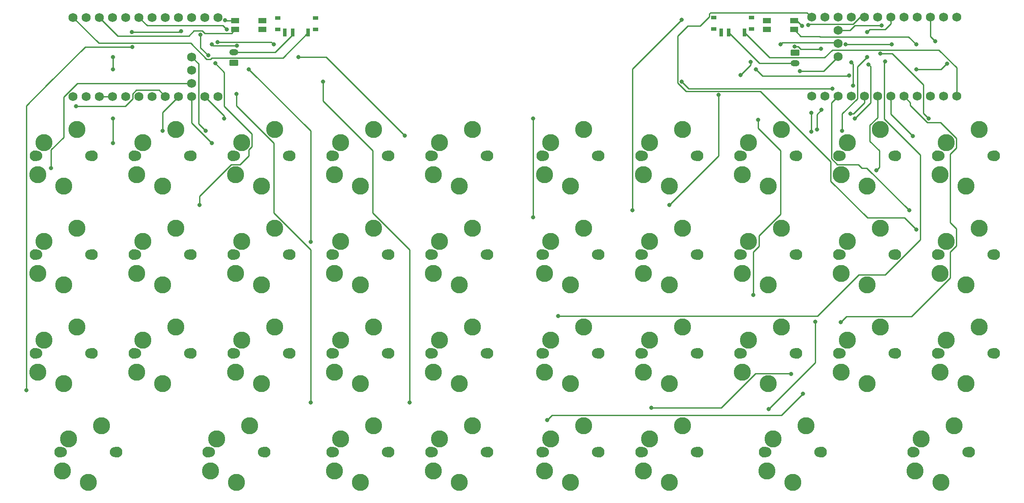
<source format=gbr>
%TF.GenerationSoftware,KiCad,Pcbnew,7.0.6*%
%TF.CreationDate,2023-11-09T09:41:23-05:00*%
%TF.ProjectId,split38,73706c69-7433-4382-9e6b-696361645f70,rev?*%
%TF.SameCoordinates,Original*%
%TF.FileFunction,Copper,L1,Top*%
%TF.FilePolarity,Positive*%
%FSLAX46Y46*%
G04 Gerber Fmt 4.6, Leading zero omitted, Abs format (unit mm)*
G04 Created by KiCad (PCBNEW 7.0.6) date 2023-11-09 09:41:23*
%MOMM*%
%LPD*%
G01*
G04 APERTURE LIST*
G04 Aperture macros list*
%AMRoundRect*
0 Rectangle with rounded corners*
0 $1 Rounding radius*
0 $2 $3 $4 $5 $6 $7 $8 $9 X,Y pos of 4 corners*
0 Add a 4 corners polygon primitive as box body*
4,1,4,$2,$3,$4,$5,$6,$7,$8,$9,$2,$3,0*
0 Add four circle primitives for the rounded corners*
1,1,$1+$1,$2,$3*
1,1,$1+$1,$4,$5*
1,1,$1+$1,$6,$7*
1,1,$1+$1,$8,$9*
0 Add four rect primitives between the rounded corners*
20,1,$1+$1,$2,$3,$4,$5,0*
20,1,$1+$1,$4,$5,$6,$7,0*
20,1,$1+$1,$6,$7,$8,$9,0*
20,1,$1+$1,$8,$9,$2,$3,0*%
G04 Aperture macros list end*
%TA.AperFunction,ComponentPad*%
%ADD10RoundRect,0.250000X0.625000X-0.350000X0.625000X0.350000X-0.625000X0.350000X-0.625000X-0.350000X0*%
%TD*%
%TA.AperFunction,ComponentPad*%
%ADD11O,1.750000X1.200000*%
%TD*%
%TA.AperFunction,SMDPad,CuDef*%
%ADD12R,1.000000X0.800000*%
%TD*%
%TA.AperFunction,SMDPad,CuDef*%
%ADD13R,0.700000X1.500000*%
%TD*%
%TA.AperFunction,ComponentPad*%
%ADD14C,1.752600*%
%TD*%
%TA.AperFunction,ComponentPad*%
%ADD15RoundRect,0.250000X-0.625000X0.350000X-0.625000X-0.350000X0.625000X-0.350000X0.625000X0.350000X0*%
%TD*%
%TA.AperFunction,SMDPad,CuDef*%
%ADD16R,1.550000X1.000000*%
%TD*%
%TA.AperFunction,WasherPad*%
%ADD17C,2.100000*%
%TD*%
%TA.AperFunction,WasherPad*%
%ADD18C,1.900000*%
%TD*%
%TA.AperFunction,ComponentPad*%
%ADD19C,3.000000*%
%TD*%
%TA.AperFunction,ComponentPad*%
%ADD20C,3.300000*%
%TD*%
%TA.AperFunction,ViaPad*%
%ADD21C,0.800000*%
%TD*%
%TA.AperFunction,Conductor*%
%ADD22C,0.250000*%
%TD*%
G04 APERTURE END LIST*
D10*
%TO.P,J1,1,Pin_1*%
%TO.N,GND*%
X66144889Y-39199187D03*
D11*
%TO.P,J1,2,Pin_2*%
%TO.N,Net-(J1-Pin_2)*%
X66144889Y-37199187D03*
%TD*%
D12*
%TO.P,SW1,*%
%TO.N,*%
X81874756Y-32776021D03*
X81874756Y-30566021D03*
X74574756Y-32776021D03*
X74574756Y-30566021D03*
D13*
%TO.P,SW1,1,A*%
%TO.N,/BATIN1*%
X80474756Y-33426021D03*
%TO.P,SW1,2,B*%
%TO.N,Net-(J1-Pin_2)*%
X77474756Y-33426021D03*
%TO.P,SW1,3,C*%
%TO.N,unconnected-(SW1-C-Pad3)*%
X75974756Y-33426021D03*
%TD*%
D14*
%TO.P,U1,1,TX0/P0.06*%
%TO.N,/U1.P0.06*%
X35163100Y-45720000D03*
%TO.P,U1,2,RX1/P0.08*%
%TO.N,/U1.P0.08*%
X37703100Y-45720000D03*
%TO.P,U1,3,GND*%
%TO.N,GND*%
X40243100Y-45720000D03*
%TO.P,U1,4,GND*%
X42783100Y-45720000D03*
%TO.P,U1,5,P0.17*%
%TO.N,/U1.P0.17*%
X45323100Y-45720000D03*
%TO.P,U1,6,P0.20*%
%TO.N,/U1.P0.20*%
X47863100Y-45720000D03*
%TO.P,U1,7,P0.22*%
%TO.N,/U1.P0.22*%
X50403100Y-45720000D03*
%TO.P,U1,8,P0.24*%
%TO.N,/U1.P0.24*%
X52943100Y-45720000D03*
%TO.P,U1,9,P1.00*%
%TO.N,/U1.P1.00*%
X55483100Y-45720000D03*
%TO.P,U1,10,P0.11*%
%TO.N,/U1.P0.11*%
X58023100Y-45720000D03*
%TO.P,U1,11,P1.04*%
%TO.N,/U1.P1.04*%
X60563100Y-45720000D03*
%TO.P,U1,12,P1.06*%
%TO.N,/U1.P1.06*%
X63103100Y-45720000D03*
%TO.P,U1,13,NFC1/P0.09*%
%TO.N,/U1.P0.09*%
X63103100Y-30480000D03*
%TO.P,U1,14,NFC2/P0.10*%
%TO.N,/U1.P0.10*%
X60563100Y-30480000D03*
%TO.P,U1,15,P1.11*%
%TO.N,/U1.P1.11*%
X58023100Y-30480000D03*
%TO.P,U1,16,P1.13*%
%TO.N,/U1.P1.13*%
X55483100Y-30480000D03*
%TO.P,U1,17,P1.15*%
%TO.N,/U1.P1.15*%
X52943100Y-30480000D03*
%TO.P,U1,18,AIN0/P0.02*%
%TO.N,/U1.P0.02*%
X50403100Y-30480000D03*
%TO.P,U1,19,AIN5/P0.29*%
%TO.N,/U1.P0.29*%
X47863100Y-30480000D03*
%TO.P,U1,20,AIN7/P0.31*%
%TO.N,/U1.P0.31*%
X45323100Y-30480000D03*
%TO.P,U1,21,VCC*%
%TO.N,unconnected-(U1-VCC-Pad21)*%
X42783100Y-30480000D03*
%TO.P,U1,22,RST*%
%TO.N,/RST1*%
X40243100Y-30480000D03*
%TO.P,U1,23,GND*%
%TO.N,GND*%
X37703100Y-30480000D03*
%TO.P,U1,24,BATIN/P0.04*%
%TO.N,/BATIN1*%
X35163100Y-30480000D03*
%TO.P,U1,31,P1.01*%
%TO.N,/U1.P1.01*%
X58023100Y-43180000D03*
%TO.P,U1,32,P1.02*%
%TO.N,/U1.P1.02*%
X58023100Y-40640000D03*
%TO.P,U1,33,P1.07*%
%TO.N,/U1.P1.07*%
X58023100Y-38100000D03*
%TD*%
D15*
%TO.P,J2,1,Pin_1*%
%TO.N,GND*%
X174224415Y-37286478D03*
D11*
%TO.P,J2,2,Pin_2*%
%TO.N,Net-(J2-Pin_2)*%
X174224415Y-39286478D03*
%TD*%
D16*
%TO.P,SW4,1,1*%
%TO.N,GND*%
X168825000Y-31112500D03*
X174075000Y-31112500D03*
%TO.P,SW4,2,2*%
%TO.N,/RST2*%
X168825000Y-32812500D03*
X174075000Y-32812500D03*
%TD*%
D12*
%TO.P,SW2,*%
%TO.N,*%
X165909615Y-32713808D03*
X165909615Y-30503808D03*
X158609615Y-32713808D03*
X158609615Y-30503808D03*
D13*
%TO.P,SW2,1,A*%
%TO.N,/BATIN2*%
X164509615Y-33363808D03*
%TO.P,SW2,2,B*%
%TO.N,Net-(J2-Pin_2)*%
X161509615Y-33363808D03*
%TO.P,SW2,3,C*%
%TO.N,unconnected-(SW2-C-Pad3)*%
X160009615Y-33363808D03*
%TD*%
D16*
%TO.P,SW3,1,1*%
%TO.N,GND*%
X66431250Y-31112500D03*
X71681250Y-31112500D03*
%TO.P,SW3,2,2*%
%TO.N,/RST1*%
X66431250Y-32812500D03*
X71681250Y-32812500D03*
%TD*%
D14*
%TO.P,U2,1,TX0/P0.06*%
%TO.N,/U2.P0.06*%
X205373001Y-30463274D03*
%TO.P,U2,2,RX1/P0.08*%
%TO.N,/U2.P0.08*%
X202833001Y-30463274D03*
%TO.P,U2,3,GND*%
%TO.N,GND*%
X200293001Y-30463274D03*
%TO.P,U2,4,GND*%
X197753001Y-30463274D03*
%TO.P,U2,5,P0.17*%
%TO.N,/U2.P0.17*%
X195213001Y-30463274D03*
%TO.P,U2,6,P0.20*%
%TO.N,/U2.P0.20*%
X192673001Y-30463274D03*
%TO.P,U2,7,P0.22*%
%TO.N,/U2.P0.22*%
X190133001Y-30463274D03*
%TO.P,U2,8,P0.24*%
%TO.N,/U2.P0.24*%
X187593001Y-30463274D03*
%TO.P,U2,9,P1.00*%
%TO.N,/U2.P1.00*%
X185053001Y-30463274D03*
%TO.P,U2,10,P0.11*%
%TO.N,/U2.P0.11*%
X182513001Y-30463274D03*
%TO.P,U2,11,P1.04*%
%TO.N,/U2.P1.04*%
X179973001Y-30463274D03*
%TO.P,U2,12,P1.06*%
%TO.N,/U2.P1.06*%
X177433001Y-30463274D03*
%TO.P,U2,13,NFC1/P0.09*%
%TO.N,/U2.P0.09*%
X177433001Y-45703274D03*
%TO.P,U2,14,NFC2/P0.10*%
%TO.N,/U2.P0.10*%
X179973001Y-45703274D03*
%TO.P,U2,15,P1.11*%
%TO.N,/U2.P1.11*%
X182513001Y-45703274D03*
%TO.P,U2,16,P1.13*%
%TO.N,/U2.P1.13*%
X185053001Y-45703274D03*
%TO.P,U2,17,P1.15*%
%TO.N,/U2.P1.15*%
X187593001Y-45703274D03*
%TO.P,U2,18,AIN0/P0.02*%
%TO.N,/U2.P0.02*%
X190133001Y-45703274D03*
%TO.P,U2,19,AIN5/P0.29*%
%TO.N,/U2.P0.29*%
X192673001Y-45703274D03*
%TO.P,U2,20,AIN7/P0.31*%
%TO.N,/U2.P0.31*%
X195213001Y-45703274D03*
%TO.P,U2,21,VCC*%
%TO.N,unconnected-(U2-VCC-Pad21)*%
X197753001Y-45703274D03*
%TO.P,U2,22,RST*%
%TO.N,/RST2*%
X200293001Y-45703274D03*
%TO.P,U2,23,GND*%
%TO.N,GND*%
X202833001Y-45703274D03*
%TO.P,U2,24,BATIN/P0.04*%
%TO.N,/BATIN2*%
X205373001Y-45703274D03*
%TO.P,U2,31,P1.01*%
%TO.N,/U2.P1.01*%
X182513001Y-33003274D03*
%TO.P,U2,32,P1.02*%
%TO.N,/U2.P1.02*%
X182513001Y-35543274D03*
%TO.P,U2,33,P1.07*%
%TO.N,/U2.P1.07*%
X182513001Y-38083274D03*
%TD*%
D17*
%TO.P,MX14,*%
%TO.N,*%
X95987500Y-95250000D03*
X95987500Y-95250000D03*
D18*
X95567500Y-95250000D03*
X95567500Y-95250000D03*
D19*
X90487500Y-101150000D03*
D20*
X90487500Y-101150000D03*
D19*
X85487500Y-98950000D03*
D20*
X85487500Y-98950000D03*
D18*
X85407500Y-95250000D03*
X85407500Y-95250000D03*
D17*
X84987500Y-95250000D03*
X84987500Y-95250000D03*
D20*
%TO.P,MX14,1,1*%
%TO.N,/U1.P0.31*%
X86677500Y-92710000D03*
%TO.P,MX14,2,2*%
%TO.N,GND*%
X93027500Y-90170000D03*
%TD*%
D17*
%TO.P,MX30,*%
%TO.N,*%
X212668800Y-76200000D03*
X212668800Y-76200000D03*
D18*
X212248800Y-76200000D03*
X212248800Y-76200000D03*
D19*
X207168800Y-82100000D03*
D20*
X207168800Y-82100000D03*
D19*
X202168800Y-79900000D03*
D20*
X202168800Y-79900000D03*
D18*
X202088800Y-76200000D03*
X202088800Y-76200000D03*
D17*
X201668800Y-76200000D03*
X201668800Y-76200000D03*
D20*
%TO.P,MX30,1,1*%
%TO.N,/U2.P1.06*%
X203358800Y-73660000D03*
%TO.P,MX30,2,2*%
%TO.N,GND*%
X209708800Y-71120000D03*
%TD*%
D17*
%TO.P,MX13,*%
%TO.N,*%
X76937500Y-95250000D03*
X76937500Y-95250000D03*
D18*
X76517500Y-95250000D03*
X76517500Y-95250000D03*
D19*
X71437500Y-101150000D03*
D20*
X71437500Y-101150000D03*
D19*
X66437500Y-98950000D03*
D20*
X66437500Y-98950000D03*
D18*
X66357500Y-95250000D03*
X66357500Y-95250000D03*
D17*
X65937500Y-95250000D03*
X65937500Y-95250000D03*
D20*
%TO.P,MX13,1,1*%
%TO.N,/U1.P1.07*%
X67627500Y-92710000D03*
%TO.P,MX13,2,2*%
%TO.N,GND*%
X73977500Y-90170000D03*
%TD*%
D17*
%TO.P,MX1,*%
%TO.N,*%
X38837500Y-57150000D03*
X38837500Y-57150000D03*
D18*
X38417500Y-57150000D03*
X38417500Y-57150000D03*
D19*
X33337500Y-63050000D03*
D20*
X33337500Y-63050000D03*
D19*
X28337500Y-60850000D03*
D20*
X28337500Y-60850000D03*
D18*
X28257500Y-57150000D03*
X28257500Y-57150000D03*
D17*
X27837500Y-57150000D03*
X27837500Y-57150000D03*
D20*
%TO.P,MX1,1,1*%
%TO.N,/U1.P0.06*%
X29527500Y-54610000D03*
%TO.P,MX1,2,2*%
%TO.N,GND*%
X35877500Y-52070000D03*
%TD*%
D17*
%TO.P,MX12,*%
%TO.N,*%
X57887500Y-95250000D03*
X57887500Y-95250000D03*
D18*
X57467500Y-95250000D03*
X57467500Y-95250000D03*
D19*
X52387500Y-101150000D03*
D20*
X52387500Y-101150000D03*
D19*
X47387500Y-98950000D03*
D20*
X47387500Y-98950000D03*
D18*
X47307500Y-95250000D03*
X47307500Y-95250000D03*
D17*
X46887500Y-95250000D03*
X46887500Y-95250000D03*
D20*
%TO.P,MX12,1,1*%
%TO.N,/U1.P1.02*%
X48577500Y-92710000D03*
%TO.P,MX12,2,2*%
%TO.N,GND*%
X54927500Y-90170000D03*
%TD*%
D17*
%TO.P,MX21,*%
%TO.N,*%
X136468800Y-57150000D03*
X136468800Y-57150000D03*
D18*
X136048800Y-57150000D03*
X136048800Y-57150000D03*
D19*
X130968800Y-63050000D03*
D20*
X130968800Y-63050000D03*
D19*
X125968800Y-60850000D03*
D20*
X125968800Y-60850000D03*
D18*
X125888800Y-57150000D03*
X125888800Y-57150000D03*
D17*
X125468800Y-57150000D03*
X125468800Y-57150000D03*
D20*
%TO.P,MX21,1,1*%
%TO.N,/U2.P0.06*%
X127158800Y-54610000D03*
%TO.P,MX21,2,2*%
%TO.N,GND*%
X133508800Y-52070000D03*
%TD*%
D17*
%TO.P,MX7,*%
%TO.N,*%
X57887500Y-76200000D03*
X57887500Y-76200000D03*
D18*
X57467500Y-76200000D03*
X57467500Y-76200000D03*
D19*
X52387500Y-82100000D03*
D20*
X52387500Y-82100000D03*
D19*
X47387500Y-79900000D03*
D20*
X47387500Y-79900000D03*
D18*
X47307500Y-76200000D03*
X47307500Y-76200000D03*
D17*
X46887500Y-76200000D03*
X46887500Y-76200000D03*
D20*
%TO.P,MX7,1,1*%
%TO.N,/U1.P1.00*%
X48577500Y-73660000D03*
%TO.P,MX7,2,2*%
%TO.N,GND*%
X54927500Y-71120000D03*
%TD*%
D17*
%TO.P,MX16,*%
%TO.N,*%
X95987500Y-114300000D03*
X95987500Y-114300000D03*
D18*
X95567500Y-114300000D03*
X95567500Y-114300000D03*
D19*
X90487500Y-120200000D03*
D20*
X90487500Y-120200000D03*
D19*
X85487500Y-118000000D03*
D20*
X85487500Y-118000000D03*
D18*
X85407500Y-114300000D03*
X85407500Y-114300000D03*
D17*
X84987500Y-114300000D03*
X84987500Y-114300000D03*
D20*
%TO.P,MX16,1,1*%
%TO.N,/U1.P0.02*%
X86677500Y-111760000D03*
%TO.P,MX16,2,2*%
%TO.N,GND*%
X93027500Y-109220000D03*
%TD*%
D17*
%TO.P,MX38,*%
%TO.N,*%
X179331300Y-114300000D03*
X179331300Y-114300000D03*
D18*
X178911300Y-114300000D03*
X178911300Y-114300000D03*
D19*
X173831300Y-120200000D03*
D20*
X173831300Y-120200000D03*
D19*
X168831300Y-118000000D03*
D20*
X168831300Y-118000000D03*
D18*
X168751300Y-114300000D03*
X168751300Y-114300000D03*
D17*
X168331300Y-114300000D03*
X168331300Y-114300000D03*
D20*
%TO.P,MX38,1,1*%
%TO.N,/U2.P1.13*%
X170021300Y-111760000D03*
%TO.P,MX38,2,2*%
%TO.N,GND*%
X176371300Y-109220000D03*
%TD*%
D17*
%TO.P,MX22,*%
%TO.N,*%
X155518800Y-57150000D03*
X155518800Y-57150000D03*
D18*
X155098800Y-57150000D03*
X155098800Y-57150000D03*
D19*
X150018800Y-63050000D03*
D20*
X150018800Y-63050000D03*
D19*
X145018800Y-60850000D03*
D20*
X145018800Y-60850000D03*
D18*
X144938800Y-57150000D03*
X144938800Y-57150000D03*
D17*
X144518800Y-57150000D03*
X144518800Y-57150000D03*
D20*
%TO.P,MX22,1,1*%
%TO.N,/U2.P0.08*%
X146208800Y-54610000D03*
%TO.P,MX22,2,2*%
%TO.N,GND*%
X152558800Y-52070000D03*
%TD*%
D17*
%TO.P,MX19,*%
%TO.N,*%
X72175000Y-114300000D03*
X72175000Y-114300000D03*
D18*
X71755000Y-114300000D03*
X71755000Y-114300000D03*
D19*
X66675000Y-120200000D03*
D20*
X66675000Y-120200000D03*
D19*
X61675000Y-118000000D03*
D20*
X61675000Y-118000000D03*
D18*
X61595000Y-114300000D03*
X61595000Y-114300000D03*
D17*
X61175000Y-114300000D03*
X61175000Y-114300000D03*
D20*
%TO.P,MX19,1,1*%
%TO.N,/U1.P1.11*%
X62865000Y-111760000D03*
%TO.P,MX19,2,2*%
%TO.N,GND*%
X69215000Y-109220000D03*
%TD*%
D17*
%TO.P,MX28,*%
%TO.N,*%
X174568800Y-76200000D03*
X174568800Y-76200000D03*
D18*
X174148800Y-76200000D03*
X174148800Y-76200000D03*
D19*
X169068800Y-82100000D03*
D20*
X169068800Y-82100000D03*
D19*
X164068800Y-79900000D03*
D20*
X164068800Y-79900000D03*
D18*
X163988800Y-76200000D03*
X163988800Y-76200000D03*
D17*
X163568800Y-76200000D03*
X163568800Y-76200000D03*
D20*
%TO.P,MX28,1,1*%
%TO.N,/U2.P0.11*%
X165258800Y-73660000D03*
%TO.P,MX28,2,2*%
%TO.N,GND*%
X171608800Y-71120000D03*
%TD*%
D17*
%TO.P,MX33,*%
%TO.N,*%
X174568800Y-95250000D03*
X174568800Y-95250000D03*
D18*
X174148800Y-95250000D03*
X174148800Y-95250000D03*
D19*
X169068800Y-101150000D03*
D20*
X169068800Y-101150000D03*
D19*
X164068800Y-98950000D03*
D20*
X164068800Y-98950000D03*
D18*
X163988800Y-95250000D03*
X163988800Y-95250000D03*
D17*
X163568800Y-95250000D03*
X163568800Y-95250000D03*
D20*
%TO.P,MX33,1,1*%
%TO.N,/U2.P1.07*%
X165258800Y-92710000D03*
%TO.P,MX33,2,2*%
%TO.N,GND*%
X171608800Y-90170000D03*
%TD*%
D17*
%TO.P,MX9,*%
%TO.N,*%
X95987500Y-76200000D03*
X95987500Y-76200000D03*
D18*
X95567500Y-76200000D03*
X95567500Y-76200000D03*
D19*
X90487500Y-82100000D03*
D20*
X90487500Y-82100000D03*
D19*
X85487500Y-79900000D03*
D20*
X85487500Y-79900000D03*
D18*
X85407500Y-76200000D03*
X85407500Y-76200000D03*
D17*
X84987500Y-76200000D03*
X84987500Y-76200000D03*
D20*
%TO.P,MX9,1,1*%
%TO.N,/U1.P1.04*%
X86677500Y-73660000D03*
%TO.P,MX9,2,2*%
%TO.N,GND*%
X93027500Y-71120000D03*
%TD*%
D17*
%TO.P,MX17,*%
%TO.N,*%
X115037500Y-114300000D03*
X115037500Y-114300000D03*
D18*
X114617500Y-114300000D03*
X114617500Y-114300000D03*
D19*
X109537500Y-120200000D03*
D20*
X109537500Y-120200000D03*
D19*
X104537500Y-118000000D03*
D20*
X104537500Y-118000000D03*
D18*
X104457500Y-114300000D03*
X104457500Y-114300000D03*
D17*
X104037500Y-114300000D03*
X104037500Y-114300000D03*
D20*
%TO.P,MX17,1,1*%
%TO.N,/U1.P1.15*%
X105727500Y-111760000D03*
%TO.P,MX17,2,2*%
%TO.N,GND*%
X112077500Y-109220000D03*
%TD*%
D17*
%TO.P,MX27,*%
%TO.N,*%
X155518800Y-76200000D03*
X155518800Y-76200000D03*
D18*
X155098800Y-76200000D03*
X155098800Y-76200000D03*
D19*
X150018800Y-82100000D03*
D20*
X150018800Y-82100000D03*
D19*
X145018800Y-79900000D03*
D20*
X145018800Y-79900000D03*
D18*
X144938800Y-76200000D03*
X144938800Y-76200000D03*
D17*
X144518800Y-76200000D03*
X144518800Y-76200000D03*
D20*
%TO.P,MX27,1,1*%
%TO.N,/U2.P1.00*%
X146208800Y-73660000D03*
%TO.P,MX27,2,2*%
%TO.N,GND*%
X152558800Y-71120000D03*
%TD*%
D17*
%TO.P,MX3,*%
%TO.N,*%
X76937500Y-57150000D03*
X76937500Y-57150000D03*
D18*
X76517500Y-57150000D03*
X76517500Y-57150000D03*
D19*
X71437500Y-63050000D03*
D20*
X71437500Y-63050000D03*
D19*
X66437500Y-60850000D03*
D20*
X66437500Y-60850000D03*
D18*
X66357500Y-57150000D03*
X66357500Y-57150000D03*
D17*
X65937500Y-57150000D03*
X65937500Y-57150000D03*
D20*
%TO.P,MX3,1,1*%
%TO.N,/U1.P0.17*%
X67627500Y-54610000D03*
%TO.P,MX3,2,2*%
%TO.N,GND*%
X73977500Y-52070000D03*
%TD*%
D17*
%TO.P,MX26,*%
%TO.N,*%
X136468800Y-76200000D03*
X136468800Y-76200000D03*
D18*
X136048800Y-76200000D03*
X136048800Y-76200000D03*
D19*
X130968800Y-82100000D03*
D20*
X130968800Y-82100000D03*
D19*
X125968800Y-79900000D03*
D20*
X125968800Y-79900000D03*
D18*
X125888800Y-76200000D03*
X125888800Y-76200000D03*
D17*
X125468800Y-76200000D03*
X125468800Y-76200000D03*
D20*
%TO.P,MX26,1,1*%
%TO.N,/U2.P0.24*%
X127158800Y-73660000D03*
%TO.P,MX26,2,2*%
%TO.N,GND*%
X133508800Y-71120000D03*
%TD*%
D17*
%TO.P,MX36,*%
%TO.N,*%
X136468800Y-114300000D03*
X136468800Y-114300000D03*
D18*
X136048800Y-114300000D03*
X136048800Y-114300000D03*
D19*
X130968800Y-120200000D03*
D20*
X130968800Y-120200000D03*
D19*
X125968800Y-118000000D03*
D20*
X125968800Y-118000000D03*
D18*
X125888800Y-114300000D03*
X125888800Y-114300000D03*
D17*
X125468800Y-114300000D03*
X125468800Y-114300000D03*
D20*
%TO.P,MX36,1,1*%
%TO.N,/U2.P0.02*%
X127158800Y-111760000D03*
%TO.P,MX36,2,2*%
%TO.N,GND*%
X133508800Y-109220000D03*
%TD*%
D17*
%TO.P,MX34,*%
%TO.N,*%
X193618800Y-95250000D03*
X193618800Y-95250000D03*
D18*
X193198800Y-95250000D03*
X193198800Y-95250000D03*
D19*
X188118800Y-101150000D03*
D20*
X188118800Y-101150000D03*
D19*
X183118800Y-98950000D03*
D20*
X183118800Y-98950000D03*
D18*
X183038800Y-95250000D03*
X183038800Y-95250000D03*
D17*
X182618800Y-95250000D03*
X182618800Y-95250000D03*
D20*
%TO.P,MX34,1,1*%
%TO.N,/U2.P0.31*%
X184308800Y-92710000D03*
%TO.P,MX34,2,2*%
%TO.N,GND*%
X190658800Y-90170000D03*
%TD*%
D17*
%TO.P,MX39,*%
%TO.N,*%
X207906300Y-114300000D03*
X207906300Y-114300000D03*
D18*
X207486300Y-114300000D03*
X207486300Y-114300000D03*
D19*
X202406300Y-120200000D03*
D20*
X202406300Y-120200000D03*
D19*
X197406300Y-118000000D03*
D20*
X197406300Y-118000000D03*
D18*
X197326300Y-114300000D03*
X197326300Y-114300000D03*
D17*
X196906300Y-114300000D03*
X196906300Y-114300000D03*
D20*
%TO.P,MX39,1,1*%
%TO.N,/U2.P1.11*%
X198596300Y-111760000D03*
%TO.P,MX39,2,2*%
%TO.N,GND*%
X204946300Y-109220000D03*
%TD*%
D17*
%TO.P,MX25,*%
%TO.N,*%
X212668800Y-57150000D03*
X212668800Y-57150000D03*
D18*
X212248800Y-57150000D03*
X212248800Y-57150000D03*
D19*
X207168800Y-63050000D03*
D20*
X207168800Y-63050000D03*
D19*
X202168800Y-60850000D03*
D20*
X202168800Y-60850000D03*
D18*
X202088800Y-57150000D03*
X202088800Y-57150000D03*
D17*
X201668800Y-57150000D03*
X201668800Y-57150000D03*
D20*
%TO.P,MX25,1,1*%
%TO.N,/U2.P0.22*%
X203358800Y-54610000D03*
%TO.P,MX25,2,2*%
%TO.N,GND*%
X209708800Y-52070000D03*
%TD*%
D17*
%TO.P,MX8,*%
%TO.N,*%
X76937500Y-76200000D03*
X76937500Y-76200000D03*
D18*
X76517500Y-76200000D03*
X76517500Y-76200000D03*
D19*
X71437500Y-82100000D03*
D20*
X71437500Y-82100000D03*
D19*
X66437500Y-79900000D03*
D20*
X66437500Y-79900000D03*
D18*
X66357500Y-76200000D03*
X66357500Y-76200000D03*
D17*
X65937500Y-76200000D03*
X65937500Y-76200000D03*
D20*
%TO.P,MX8,1,1*%
%TO.N,/U1.P0.11*%
X67627500Y-73660000D03*
%TO.P,MX8,2,2*%
%TO.N,GND*%
X73977500Y-71120000D03*
%TD*%
D17*
%TO.P,MX5,*%
%TO.N,*%
X115037500Y-57150000D03*
X115037500Y-57150000D03*
D18*
X114617500Y-57150000D03*
X114617500Y-57150000D03*
D19*
X109537500Y-63050000D03*
D20*
X109537500Y-63050000D03*
D19*
X104537500Y-60850000D03*
D20*
X104537500Y-60850000D03*
D18*
X104457500Y-57150000D03*
X104457500Y-57150000D03*
D17*
X104037500Y-57150000D03*
X104037500Y-57150000D03*
D20*
%TO.P,MX5,1,1*%
%TO.N,/U1.P0.22*%
X105727500Y-54610000D03*
%TO.P,MX5,2,2*%
%TO.N,GND*%
X112077500Y-52070000D03*
%TD*%
D17*
%TO.P,MX6,*%
%TO.N,*%
X38837500Y-76200000D03*
X38837500Y-76200000D03*
D18*
X38417500Y-76200000D03*
X38417500Y-76200000D03*
D19*
X33337500Y-82100000D03*
D20*
X33337500Y-82100000D03*
D19*
X28337500Y-79900000D03*
D20*
X28337500Y-79900000D03*
D18*
X28257500Y-76200000D03*
X28257500Y-76200000D03*
D17*
X27837500Y-76200000D03*
X27837500Y-76200000D03*
D20*
%TO.P,MX6,1,1*%
%TO.N,/U1.P0.24*%
X29527500Y-73660000D03*
%TO.P,MX6,2,2*%
%TO.N,GND*%
X35877500Y-71120000D03*
%TD*%
D17*
%TO.P,MX4,*%
%TO.N,*%
X95987500Y-57150000D03*
X95987500Y-57150000D03*
D18*
X95567500Y-57150000D03*
X95567500Y-57150000D03*
D19*
X90487500Y-63050000D03*
D20*
X90487500Y-63050000D03*
D19*
X85487500Y-60850000D03*
D20*
X85487500Y-60850000D03*
D18*
X85407500Y-57150000D03*
X85407500Y-57150000D03*
D17*
X84987500Y-57150000D03*
X84987500Y-57150000D03*
D20*
%TO.P,MX4,1,1*%
%TO.N,/U1.P0.20*%
X86677500Y-54610000D03*
%TO.P,MX4,2,2*%
%TO.N,GND*%
X93027500Y-52070000D03*
%TD*%
D17*
%TO.P,MX35,*%
%TO.N,*%
X212668800Y-95250000D03*
X212668800Y-95250000D03*
D18*
X212248800Y-95250000D03*
X212248800Y-95250000D03*
D19*
X207168800Y-101150000D03*
D20*
X207168800Y-101150000D03*
D19*
X202168800Y-98950000D03*
D20*
X202168800Y-98950000D03*
D18*
X202088800Y-95250000D03*
X202088800Y-95250000D03*
D17*
X201668800Y-95250000D03*
X201668800Y-95250000D03*
D20*
%TO.P,MX35,1,1*%
%TO.N,/U2.P0.29*%
X203358800Y-92710000D03*
%TO.P,MX35,2,2*%
%TO.N,GND*%
X209708800Y-90170000D03*
%TD*%
D17*
%TO.P,MX2,*%
%TO.N,*%
X57887500Y-57150000D03*
X57887500Y-57150000D03*
D18*
X57467500Y-57150000D03*
X57467500Y-57150000D03*
D19*
X52387500Y-63050000D03*
D20*
X52387500Y-63050000D03*
D19*
X47387500Y-60850000D03*
D20*
X47387500Y-60850000D03*
D18*
X47307500Y-57150000D03*
X47307500Y-57150000D03*
D17*
X46887500Y-57150000D03*
X46887500Y-57150000D03*
D20*
%TO.P,MX2,1,1*%
%TO.N,/U1.P0.08*%
X48577500Y-54610000D03*
%TO.P,MX2,2,2*%
%TO.N,GND*%
X54927500Y-52070000D03*
%TD*%
D17*
%TO.P,MX23,*%
%TO.N,*%
X174568800Y-57150000D03*
X174568800Y-57150000D03*
D18*
X174148800Y-57150000D03*
X174148800Y-57150000D03*
D19*
X169068800Y-63050000D03*
D20*
X169068800Y-63050000D03*
D19*
X164068800Y-60850000D03*
D20*
X164068800Y-60850000D03*
D18*
X163988800Y-57150000D03*
X163988800Y-57150000D03*
D17*
X163568800Y-57150000D03*
X163568800Y-57150000D03*
D20*
%TO.P,MX23,1,1*%
%TO.N,/U2.P0.17*%
X165258800Y-54610000D03*
%TO.P,MX23,2,2*%
%TO.N,GND*%
X171608800Y-52070000D03*
%TD*%
D17*
%TO.P,MX31,*%
%TO.N,*%
X136468800Y-95250000D03*
X136468800Y-95250000D03*
D18*
X136048800Y-95250000D03*
X136048800Y-95250000D03*
D19*
X130968800Y-101150000D03*
D20*
X130968800Y-101150000D03*
D19*
X125968800Y-98950000D03*
D20*
X125968800Y-98950000D03*
D18*
X125888800Y-95250000D03*
X125888800Y-95250000D03*
D17*
X125468800Y-95250000D03*
X125468800Y-95250000D03*
D20*
%TO.P,MX31,1,1*%
%TO.N,/U2.P1.01*%
X127158800Y-92710000D03*
%TO.P,MX31,2,2*%
%TO.N,GND*%
X133508800Y-90170000D03*
%TD*%
D17*
%TO.P,MX32,*%
%TO.N,*%
X155518800Y-95250000D03*
X155518800Y-95250000D03*
D18*
X155098800Y-95250000D03*
X155098800Y-95250000D03*
D19*
X150018800Y-101150000D03*
D20*
X150018800Y-101150000D03*
D19*
X145018800Y-98950000D03*
D20*
X145018800Y-98950000D03*
D18*
X144938800Y-95250000D03*
X144938800Y-95250000D03*
D17*
X144518800Y-95250000D03*
X144518800Y-95250000D03*
D20*
%TO.P,MX32,1,1*%
%TO.N,/U2.P1.02*%
X146208800Y-92710000D03*
%TO.P,MX32,2,2*%
%TO.N,GND*%
X152558800Y-90170000D03*
%TD*%
D17*
%TO.P,MX37,*%
%TO.N,*%
X155518800Y-114300000D03*
X155518800Y-114300000D03*
D18*
X155098800Y-114300000D03*
X155098800Y-114300000D03*
D19*
X150018800Y-120200000D03*
D20*
X150018800Y-120200000D03*
D19*
X145018800Y-118000000D03*
D20*
X145018800Y-118000000D03*
D18*
X144938800Y-114300000D03*
X144938800Y-114300000D03*
D17*
X144518800Y-114300000D03*
X144518800Y-114300000D03*
D20*
%TO.P,MX37,1,1*%
%TO.N,/U2.P1.15*%
X146208800Y-111760000D03*
%TO.P,MX37,2,2*%
%TO.N,GND*%
X152558800Y-109220000D03*
%TD*%
D17*
%TO.P,MX29,*%
%TO.N,*%
X193618800Y-76200000D03*
X193618800Y-76200000D03*
D18*
X193198800Y-76200000D03*
X193198800Y-76200000D03*
D19*
X188118800Y-82100000D03*
D20*
X188118800Y-82100000D03*
D19*
X183118800Y-79900000D03*
D20*
X183118800Y-79900000D03*
D18*
X183038800Y-76200000D03*
X183038800Y-76200000D03*
D17*
X182618800Y-76200000D03*
X182618800Y-76200000D03*
D20*
%TO.P,MX29,1,1*%
%TO.N,/U2.P1.04*%
X184308800Y-73660000D03*
%TO.P,MX29,2,2*%
%TO.N,GND*%
X190658800Y-71120000D03*
%TD*%
D17*
%TO.P,MX15,*%
%TO.N,*%
X115037500Y-95250000D03*
X115037500Y-95250000D03*
D18*
X114617500Y-95250000D03*
X114617500Y-95250000D03*
D19*
X109537500Y-101150000D03*
D20*
X109537500Y-101150000D03*
D19*
X104537500Y-98950000D03*
D20*
X104537500Y-98950000D03*
D18*
X104457500Y-95250000D03*
X104457500Y-95250000D03*
D17*
X104037500Y-95250000D03*
X104037500Y-95250000D03*
D20*
%TO.P,MX15,1,1*%
%TO.N,/U1.P0.29*%
X105727500Y-92710000D03*
%TO.P,MX15,2,2*%
%TO.N,GND*%
X112077500Y-90170000D03*
%TD*%
D17*
%TO.P,MX11,*%
%TO.N,*%
X38837500Y-95250000D03*
X38837500Y-95250000D03*
D18*
X38417500Y-95250000D03*
X38417500Y-95250000D03*
D19*
X33337500Y-101150000D03*
D20*
X33337500Y-101150000D03*
D19*
X28337500Y-98950000D03*
D20*
X28337500Y-98950000D03*
D18*
X28257500Y-95250000D03*
X28257500Y-95250000D03*
D17*
X27837500Y-95250000D03*
X27837500Y-95250000D03*
D20*
%TO.P,MX11,1,1*%
%TO.N,/U1.P1.01*%
X29527500Y-92710000D03*
%TO.P,MX11,2,2*%
%TO.N,GND*%
X35877500Y-90170000D03*
%TD*%
D17*
%TO.P,MX24,*%
%TO.N,*%
X193618800Y-57150000D03*
X193618800Y-57150000D03*
D18*
X193198800Y-57150000D03*
X193198800Y-57150000D03*
D19*
X188118800Y-63050000D03*
D20*
X188118800Y-63050000D03*
D19*
X183118800Y-60850000D03*
D20*
X183118800Y-60850000D03*
D18*
X183038800Y-57150000D03*
X183038800Y-57150000D03*
D17*
X182618800Y-57150000D03*
X182618800Y-57150000D03*
D20*
%TO.P,MX24,1,1*%
%TO.N,/U2.P0.20*%
X184308800Y-54610000D03*
%TO.P,MX24,2,2*%
%TO.N,GND*%
X190658800Y-52070000D03*
%TD*%
D17*
%TO.P,MX10,*%
%TO.N,*%
X115037500Y-76200000D03*
X115037500Y-76200000D03*
D18*
X114617500Y-76200000D03*
X114617500Y-76200000D03*
D19*
X109537500Y-82100000D03*
D20*
X109537500Y-82100000D03*
D19*
X104537500Y-79900000D03*
D20*
X104537500Y-79900000D03*
D18*
X104457500Y-76200000D03*
X104457500Y-76200000D03*
D17*
X104037500Y-76200000D03*
X104037500Y-76200000D03*
D20*
%TO.P,MX10,1,1*%
%TO.N,/U1.P1.06*%
X105727500Y-73660000D03*
%TO.P,MX10,2,2*%
%TO.N,GND*%
X112077500Y-71120000D03*
%TD*%
D17*
%TO.P,MX18,*%
%TO.N,*%
X43600000Y-114300000D03*
X43600000Y-114300000D03*
D18*
X43180000Y-114300000D03*
X43180000Y-114300000D03*
D19*
X38100000Y-120200000D03*
D20*
X38100000Y-120200000D03*
D19*
X33100000Y-118000000D03*
D20*
X33100000Y-118000000D03*
D18*
X33020000Y-114300000D03*
X33020000Y-114300000D03*
D17*
X32600000Y-114300000D03*
X32600000Y-114300000D03*
D20*
%TO.P,MX18,1,1*%
%TO.N,/U1.P1.13*%
X34290000Y-111760000D03*
%TO.P,MX18,2,2*%
%TO.N,GND*%
X40640000Y-109220000D03*
%TD*%
D21*
%TO.N,/U1.P0.24*%
X35718750Y-47625000D03*
%TO.N,/U1.P1.00*%
X52387500Y-52387500D03*
%TO.N,/U1.P0.11*%
X61912500Y-54768750D03*
%TO.N,/U1.P1.04*%
X64293750Y-50006250D03*
%TO.N,/U1.P1.11*%
X59725356Y-33791502D03*
X61204143Y-37814153D03*
X59531250Y-66675000D03*
X62594906Y-39363358D03*
%TO.N,/U1.P1.13*%
X46488778Y-33295534D03*
X26193750Y-102393750D03*
X46555621Y-36169760D03*
X55980408Y-33136048D03*
%TO.N,/U1.P1.15*%
X100012500Y-104775000D03*
X73818750Y-35718750D03*
X83343750Y-42862500D03*
X62976383Y-35242459D03*
%TO.N,/U1.P0.02*%
X80962500Y-104775000D03*
X66675000Y-45243750D03*
%TO.N,/U1.P0.29*%
X64803612Y-32827637D03*
X99093794Y-53281429D03*
X78581250Y-38100000D03*
%TO.N,/U1.P0.31*%
X66763193Y-35967459D03*
X69056250Y-40481250D03*
X80962500Y-73818750D03*
X61928877Y-35717169D03*
%TO.N,/U1.P1.01*%
X30956250Y-59531250D03*
%TO.N,/U1.P1.02*%
X42862500Y-50006250D03*
X42862500Y-54768750D03*
%TO.N,/U1.P1.07*%
X60726222Y-52345635D03*
%TO.N,/U2.P1.07*%
X166216250Y-84015000D03*
X167146250Y-50265000D03*
X175226250Y-40875000D03*
%TO.N,/U2.P1.02*%
X165718334Y-39042154D03*
X159543750Y-45440000D03*
X163757622Y-41626729D03*
X171450000Y-35718750D03*
X150018750Y-66675000D03*
%TO.N,/U2.P1.01*%
X190956807Y-32066757D03*
X128587500Y-88106250D03*
X191605782Y-38967856D03*
%TO.N,/U2.P1.06*%
X197643750Y-71437500D03*
%TO.N,/U2.P0.31*%
X183046250Y-89285000D03*
%TO.N,/U2.P0.29*%
X196906250Y-53365000D03*
%TO.N,/U2.P0.02*%
X126526250Y-108165000D03*
X175806250Y-103055000D03*
X189916250Y-59975000D03*
%TO.N,/U2.P1.15*%
X173466250Y-99265000D03*
X146596250Y-105775000D03*
X184956250Y-49055000D03*
X177376250Y-48855000D03*
X177396250Y-52515000D03*
%TO.N,/U2.P1.13*%
X179375361Y-48330000D03*
X169136250Y-106075000D03*
X178156250Y-89225000D03*
X178486250Y-52125000D03*
%TO.N,/U2.P1.11*%
X196286250Y-67715000D03*
%TO.N,/U2.P1.04*%
X185463568Y-43646092D03*
X185119071Y-39156929D03*
%TO.N,/U2.P0.11*%
X188430681Y-39578826D03*
X185737500Y-50006250D03*
%TO.N,/U2.P1.00*%
X142936250Y-67695000D03*
X152400012Y-30956238D03*
%TO.N,/U2.P0.24*%
X123825000Y-69056250D03*
X123825000Y-50006250D03*
X176806657Y-31988433D03*
%TO.N,/U2.P0.22*%
X190697025Y-37484751D03*
X200025000Y-50006250D03*
%TO.N,/U2.P0.20*%
X183356250Y-52387500D03*
X188118750Y-38100000D03*
X188118750Y-33337500D03*
%TO.N,/U2.P0.17*%
X179241831Y-36541022D03*
X192881250Y-35718750D03*
X174192083Y-36083392D03*
X184007065Y-35718750D03*
%TO.N,/U2.P0.08*%
X166687500Y-40481250D03*
X184651919Y-41692807D03*
%TO.N,/U2.P0.06*%
X181426250Y-44245000D03*
X197643750Y-40481250D03*
X152400000Y-42862500D03*
X203558001Y-39401356D03*
%TO.N,GND*%
X42862500Y-38100000D03*
X42862500Y-40481250D03*
X175614940Y-32138907D03*
X201233375Y-35088325D03*
X64473352Y-31028089D03*
%TO.N,/RST2*%
X197643750Y-35718750D03*
%TD*%
D22*
%TO.N,GND*%
X200293001Y-30463274D02*
X200293001Y-34147951D01*
X200293001Y-34147951D02*
X201233375Y-35088325D01*
%TO.N,/U2.P0.22*%
X192989613Y-37484751D02*
X190697025Y-37484751D01*
X198954301Y-43449439D02*
X192989613Y-37484751D01*
X198954301Y-48935551D02*
X198954301Y-43449439D01*
X200025000Y-50006250D02*
X198954301Y-48935551D01*
%TO.N,/BATIN2*%
X205373001Y-40191051D02*
X205373001Y-45703274D01*
X201930234Y-36748284D02*
X205373001Y-40191051D01*
X179947586Y-38233684D02*
X181432986Y-36748284D01*
X164509615Y-33363808D02*
X169379491Y-38233684D01*
X181432986Y-36748284D02*
X201930234Y-36748284D01*
%TO.N,/U2.P1.01*%
X191467146Y-39106492D02*
X191605782Y-38967856D01*
X191467146Y-50085274D02*
X191467146Y-39106492D01*
X198368750Y-56986878D02*
X191467146Y-50085274D01*
X191638344Y-80125000D02*
X198368750Y-73394594D01*
%TO.N,/BATIN2*%
X169379491Y-38233684D02*
X179947586Y-38233684D01*
%TO.N,/U2.P1.01*%
X178593750Y-88106250D02*
X186575000Y-80125000D01*
X128587500Y-88106250D02*
X178593750Y-88106250D01*
X198368750Y-73394594D02*
X198368750Y-56986878D01*
X186575000Y-80125000D02*
X191638344Y-80125000D01*
%TO.N,/U2.P1.15*%
X185498125Y-49055000D02*
X184956250Y-49055000D01*
X187593001Y-46960124D02*
X185498125Y-49055000D01*
X187593001Y-45703274D02*
X187593001Y-46960124D01*
%TO.N,/U2.P0.24*%
X177004709Y-31790381D02*
X176806657Y-31988433D01*
X185424789Y-31790381D02*
X177004709Y-31790381D01*
X186751896Y-30463274D02*
X185424789Y-31790381D01*
X187593001Y-30463274D02*
X186751896Y-30463274D01*
%TO.N,GND*%
X174588533Y-31112500D02*
X175614940Y-32138907D01*
X174075000Y-31112500D02*
X174588533Y-31112500D01*
%TO.N,/U2.P0.20*%
X192673001Y-31702549D02*
X192673001Y-30463274D01*
X191583793Y-32791757D02*
X192673001Y-31702549D01*
X188664493Y-32791757D02*
X191583793Y-32791757D01*
X188118750Y-33337500D02*
X188664493Y-32791757D01*
%TO.N,/U2.P1.01*%
X184848292Y-33003274D02*
X185784809Y-32066757D01*
X185784809Y-32066757D02*
X190956807Y-32066757D01*
X182513001Y-33003274D02*
X184848292Y-33003274D01*
%TO.N,/U2.P0.17*%
X174809502Y-36083392D02*
X174192083Y-36083392D01*
X179162976Y-36619877D02*
X175345987Y-36619877D01*
X179241831Y-36541022D02*
X179162976Y-36619877D01*
X175345987Y-36619877D02*
X174809502Y-36083392D01*
%TO.N,/U2.P1.00*%
X142936250Y-40425000D02*
X142936250Y-67695000D01*
X152400000Y-30961250D02*
X142936250Y-40425000D01*
X152400000Y-30956250D02*
X152400000Y-30961250D01*
%TO.N,/U2.P1.06*%
X195351250Y-69145000D02*
X197643750Y-71437500D01*
X181143800Y-62081300D02*
X188207500Y-69145000D01*
X181143800Y-58255940D02*
X181143800Y-62081300D01*
X188207500Y-69145000D02*
X195351250Y-69145000D01*
X167602860Y-44715000D02*
X181143800Y-58255940D01*
X153227195Y-44715000D02*
X167602860Y-44715000D01*
X151675000Y-43162805D02*
X153227195Y-44715000D01*
X153590625Y-32146875D02*
X151675000Y-34062500D01*
X157784615Y-30334135D02*
X155971875Y-32146875D01*
X157784615Y-29778808D02*
X157784615Y-30334135D01*
X151675000Y-34062500D02*
X151675000Y-43162805D01*
X176556701Y-29586974D02*
X157976449Y-29586974D01*
X157976449Y-29586974D02*
X157784615Y-29778808D01*
X177433001Y-30463274D02*
X176556701Y-29586974D01*
X155971875Y-32146875D02*
X153590625Y-32146875D01*
%TO.N,/U1.P0.24*%
X46661800Y-45222405D02*
X47365505Y-44518700D01*
X51741800Y-44518700D02*
X52943100Y-45720000D01*
X35718750Y-47625000D02*
X45254395Y-47625000D01*
X47365505Y-44518700D02*
X51741800Y-44518700D01*
X45254395Y-47625000D02*
X46661800Y-46217595D01*
X46661800Y-46217595D02*
X46661800Y-45222405D01*
%TO.N,/U1.P1.00*%
X52387500Y-52387500D02*
X52387500Y-48815600D01*
X52387500Y-48815600D02*
X55483100Y-45720000D01*
%TO.N,/U1.P0.11*%
X58023100Y-50879350D02*
X58023100Y-45720000D01*
X61912500Y-54768750D02*
X58023100Y-50879350D01*
%TO.N,/U1.P1.04*%
X64293750Y-50006250D02*
X64293750Y-49450650D01*
X64293750Y-49450650D02*
X60563100Y-45720000D01*
%TO.N,/U1.P1.11*%
X69056250Y-55974322D02*
X69602500Y-55428072D01*
X64304400Y-47635650D02*
X64304400Y-41072852D01*
X69602500Y-55428072D02*
X69602500Y-52933750D01*
X59725356Y-36335366D02*
X59725356Y-33791502D01*
X59531250Y-64963178D02*
X65619428Y-58875000D01*
X65619428Y-58875000D02*
X67331250Y-58875000D01*
X67331250Y-58875000D02*
X69056250Y-57150000D01*
X69602500Y-52933750D02*
X64304400Y-47635650D01*
X59531250Y-66675000D02*
X59531250Y-64963178D01*
X64304400Y-41072852D02*
X62594906Y-39363358D01*
X61204143Y-37814153D02*
X59725356Y-36335366D01*
X69056250Y-57150000D02*
X69056250Y-55974322D01*
%TO.N,/U1.P1.13*%
X46488778Y-33295534D02*
X55820922Y-33295534D01*
X37531888Y-36169760D02*
X46555621Y-36169760D01*
X26193750Y-47507898D02*
X30446588Y-43255060D01*
X55820922Y-33295534D02*
X55980408Y-33136048D01*
X26193750Y-102393750D02*
X26193750Y-47507898D01*
X30446588Y-43255060D02*
X37531888Y-36169760D01*
%TO.N,/U1.P1.15*%
X83343750Y-42862500D02*
X83343750Y-46647493D01*
X62976383Y-35242459D02*
X73342459Y-35242459D01*
X73342459Y-35242459D02*
X73818750Y-35718750D01*
X92868750Y-68168178D02*
X100012500Y-75311928D01*
X92868750Y-56172493D02*
X92868750Y-68168178D01*
X100012500Y-75311928D02*
X100012500Y-104775000D01*
X83343750Y-46647493D02*
X92868750Y-56172493D01*
%TO.N,/U1.P0.02*%
X73818750Y-68168178D02*
X80962500Y-75311928D01*
X66675000Y-45243750D02*
X66675000Y-47560572D01*
X73818750Y-54704322D02*
X73818750Y-68168178D01*
X80962500Y-75311928D02*
X80962500Y-104775000D01*
X66675000Y-47560572D02*
X73818750Y-54704322D01*
%TO.N,/U1.P0.29*%
X83912365Y-38100000D02*
X78581250Y-38100000D01*
X64055537Y-32079562D02*
X49462662Y-32079562D01*
X64803612Y-32827637D02*
X64055537Y-32079562D01*
X49462662Y-32079562D02*
X47863100Y-30480000D01*
X99093794Y-53281429D02*
X83912365Y-38100000D01*
%TO.N,/U1.P0.31*%
X80962500Y-52387500D02*
X69056250Y-40481250D01*
X66763193Y-35967459D02*
X62179167Y-35967459D01*
X62179167Y-35967459D02*
X61928877Y-35717169D01*
X80962500Y-73818750D02*
X80962500Y-52387500D01*
%TO.N,/U1.P1.01*%
X33337500Y-45846705D02*
X36004205Y-43180000D01*
X33337500Y-53593072D02*
X33337500Y-45846705D01*
X30956250Y-59531250D02*
X30956250Y-55974322D01*
X36004205Y-43180000D02*
X58023100Y-43180000D01*
X30956250Y-55974322D02*
X33337500Y-53593072D01*
%TO.N,/U1.P1.02*%
X42862500Y-54768750D02*
X42862500Y-50006250D01*
%TO.N,/U1.P1.07*%
X59361800Y-39438700D02*
X58023100Y-38100000D01*
X60726222Y-52345635D02*
X59361800Y-50981213D01*
X59361800Y-50981213D02*
X59361800Y-39438700D01*
%TO.N,/U2.P1.07*%
X167146250Y-50265000D02*
X167146250Y-51868693D01*
X171443800Y-68427450D02*
X167286250Y-72585000D01*
X167146250Y-51868693D02*
X171443800Y-56166243D01*
X167286250Y-72585000D02*
X167286250Y-74623793D01*
X182513001Y-38083274D02*
X179721275Y-40875000D01*
X167286250Y-74623793D02*
X166216250Y-75693793D01*
X166216250Y-75693793D02*
X166216250Y-84015000D01*
X179721275Y-40875000D02*
X175226250Y-40875000D01*
X171443800Y-56166243D02*
X171443800Y-68427450D01*
%TO.N,/U2.P1.02*%
X165718334Y-39666017D02*
X165718334Y-39042154D01*
X171810358Y-35358392D02*
X182328119Y-35358392D01*
X163757622Y-41626729D02*
X165718334Y-39666017D01*
X171450000Y-35718750D02*
X171810358Y-35358392D01*
X150018750Y-66675000D02*
X159543750Y-57150000D01*
X159543750Y-57150000D02*
X159543750Y-45440000D01*
X182328119Y-35358392D02*
X182513001Y-35543274D01*
%TO.N,/U2.P0.31*%
X196414301Y-46904574D02*
X196414301Y-47420856D01*
X196706250Y-88195000D02*
X184136250Y-88195000D01*
X184136250Y-88195000D02*
X183046250Y-89285000D01*
X205333800Y-74577450D02*
X204143800Y-75767450D01*
X199724695Y-50731250D02*
X202292500Y-50731250D01*
X204143800Y-75767450D02*
X204143800Y-80757450D01*
X205333800Y-53772550D02*
X205333800Y-55626243D01*
X205333800Y-71271928D02*
X205333800Y-74577450D01*
X202292500Y-50731250D02*
X205333800Y-53772550D01*
X205333800Y-55626243D02*
X204143800Y-56816243D01*
X204143800Y-70081928D02*
X205333800Y-71271928D01*
X204143800Y-80757450D02*
X196706250Y-88195000D01*
X195213001Y-45703274D02*
X196414301Y-46904574D01*
X204143800Y-56816243D02*
X204143800Y-70081928D01*
X196414301Y-47420856D02*
X199724695Y-50731250D01*
%TO.N,/U2.P0.29*%
X192673001Y-49131751D02*
X196906250Y-53365000D01*
X192673001Y-45703274D02*
X192673001Y-49131751D01*
%TO.N,/U2.P0.02*%
X188683800Y-51251928D02*
X188683800Y-54356243D01*
X190493800Y-56166243D02*
X190493800Y-59397450D01*
X190133001Y-49802727D02*
X188683800Y-51251928D01*
X127446250Y-107245000D02*
X126526250Y-108165000D01*
X188683800Y-54356243D02*
X190493800Y-56166243D01*
X171616250Y-107245000D02*
X127446250Y-107245000D01*
X190133001Y-45703274D02*
X190133001Y-49802727D01*
X175806250Y-103055000D02*
X171616250Y-107245000D01*
X190493800Y-59397450D02*
X189916250Y-59975000D01*
%TO.N,/U2.P1.15*%
X177376250Y-52495000D02*
X177396250Y-52515000D01*
X177376250Y-48855000D02*
X177376250Y-52495000D01*
X173376250Y-99175000D02*
X166636872Y-99175000D01*
X160036872Y-105775000D02*
X146596250Y-105775000D01*
X173466250Y-99265000D02*
X173376250Y-99175000D01*
X166636872Y-99175000D02*
X160036872Y-105775000D01*
%TO.N,/U2.P1.13*%
X178486250Y-52125000D02*
X178486250Y-49219111D01*
X169136250Y-106075000D02*
X178156250Y-97055000D01*
X178486250Y-49219111D02*
X179375361Y-48330000D01*
X178156250Y-97055000D02*
X178156250Y-89225000D01*
%TO.N,/U2.P1.11*%
X187135043Y-59525000D02*
X188096250Y-59525000D01*
X182513001Y-45703274D02*
X181243800Y-46972475D01*
X186475647Y-58865604D02*
X187135043Y-59525000D01*
X181243800Y-57719544D02*
X182389860Y-58865604D01*
X182389860Y-58865604D02*
X186475647Y-58865604D01*
X188096250Y-59525000D02*
X196286250Y-67715000D01*
X181243800Y-46972475D02*
X181243800Y-57719544D01*
%TO.N,/U2.P1.04*%
X185463568Y-43646092D02*
X185463568Y-39501426D01*
X185463568Y-39501426D02*
X185119071Y-39156929D01*
%TO.N,/U2.P0.11*%
X188794301Y-39942446D02*
X188794301Y-46949449D01*
X188430681Y-39578826D02*
X188794301Y-39942446D01*
X188794301Y-46949449D02*
X185737500Y-50006250D01*
%TO.N,/U2.P0.24*%
X123825000Y-50006250D02*
X123825000Y-69056250D01*
%TO.N,/U2.P0.20*%
X186254301Y-46200869D02*
X186254301Y-39964449D01*
X186254301Y-39964449D02*
X188118750Y-38100000D01*
X183356250Y-49098920D02*
X186254301Y-46200869D01*
X183356250Y-52387500D02*
X183356250Y-49098920D01*
%TO.N,/U2.P0.17*%
X192881250Y-35718750D02*
X184007065Y-35718750D01*
%TO.N,/U2.P0.08*%
X166687500Y-40481250D02*
X167991250Y-41785000D01*
X167991250Y-41785000D02*
X184559726Y-41785000D01*
X184559726Y-41785000D02*
X184651919Y-41692807D01*
%TO.N,/U2.P0.06*%
X181406250Y-44265000D02*
X181426250Y-44245000D01*
X197643750Y-40481250D02*
X202406250Y-40481250D01*
X203486144Y-39401356D02*
X203558001Y-39401356D01*
X202406250Y-40481250D02*
X203486144Y-39401356D01*
X153802500Y-44265000D02*
X181406250Y-44265000D01*
X152400000Y-42862500D02*
X153802500Y-44265000D01*
%TO.N,GND*%
X42862500Y-40481250D02*
X42862500Y-38100000D01*
X42783100Y-45720000D02*
X40243100Y-45720000D01*
X64557763Y-31112500D02*
X64473352Y-31028089D01*
X66431250Y-31112500D02*
X64557763Y-31112500D01*
%TO.N,/BATIN1*%
X61654086Y-38539153D02*
X60903838Y-38539153D01*
X75625693Y-38275084D02*
X61918155Y-38275084D01*
X61918155Y-38275084D02*
X61654086Y-38539153D01*
X40127860Y-35444760D02*
X35163100Y-30480000D01*
X57809445Y-35444760D02*
X40127860Y-35444760D01*
X60903838Y-38539153D02*
X57809445Y-35444760D01*
X80474756Y-33426021D02*
X75625693Y-38275084D01*
%TO.N,Net-(J1-Pin_2)*%
X77474756Y-33826021D02*
X74101590Y-37199187D01*
X77474756Y-33426021D02*
X77474756Y-33826021D01*
X74101590Y-37199187D02*
X66144889Y-37199187D01*
%TO.N,Net-(J2-Pin_2)*%
X167432285Y-39286478D02*
X174224415Y-39286478D01*
X161509615Y-33363808D02*
X167432285Y-39286478D01*
%TO.N,/RST1*%
X57488546Y-34034755D02*
X43797855Y-34034755D01*
X60025661Y-33066502D02*
X58456799Y-33066502D01*
X65690937Y-33552813D02*
X60511973Y-33552813D01*
X43797855Y-34034755D02*
X40243100Y-30480000D01*
X58456799Y-33066502D02*
X57488546Y-34034755D01*
X60511973Y-33552813D02*
X60025661Y-33066502D01*
X66431250Y-32812500D02*
X65690937Y-33552813D01*
%TO.N,/RST2*%
X175390860Y-34128360D02*
X178971222Y-34128360D01*
X174075000Y-32812500D02*
X175390860Y-34128360D01*
X196142483Y-34217483D02*
X197643750Y-35718750D01*
X179060345Y-34217483D02*
X196142483Y-34217483D01*
X178971222Y-34128360D02*
X179060345Y-34217483D01*
%TD*%
M02*

</source>
